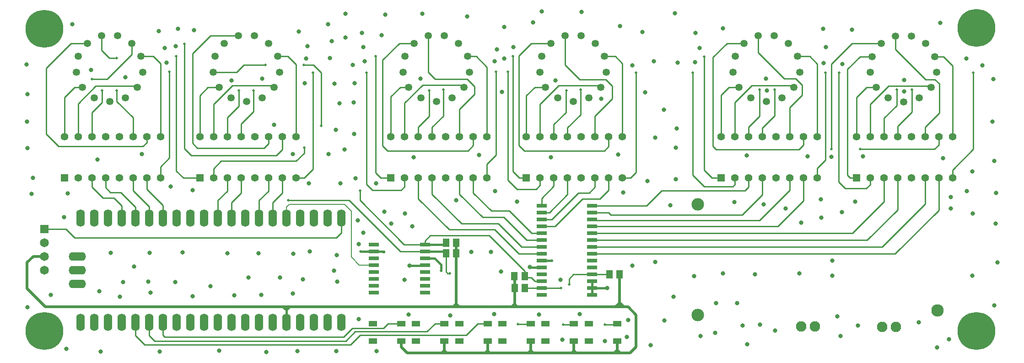
<source format=gbr>
%TF.GenerationSoftware,KiCad,Pcbnew,7.0.5-0*%
%TF.CreationDate,2023-07-08T10:36:07-04:00*%
%TF.ProjectId,nixie,6e697869-652e-46b6-9963-61645f706362,rev?*%
%TF.SameCoordinates,Original*%
%TF.FileFunction,Copper,L1,Top*%
%TF.FilePolarity,Positive*%
%FSLAX46Y46*%
G04 Gerber Fmt 4.6, Leading zero omitted, Abs format (unit mm)*
G04 Created by KiCad (PCBNEW 7.0.5-0) date 2023-07-08 10:36:07*
%MOMM*%
%LPD*%
G01*
G04 APERTURE LIST*
%TA.AperFunction,SMDPad,CuDef*%
%ADD10R,1.550000X1.000000*%
%TD*%
%TA.AperFunction,ComponentPad*%
%ADD11C,1.950000*%
%TD*%
%TA.AperFunction,ComponentPad*%
%ADD12R,1.650000X1.650000*%
%TD*%
%TA.AperFunction,ComponentPad*%
%ADD13C,1.650000*%
%TD*%
%TA.AperFunction,ComponentPad*%
%ADD14C,0.800000*%
%TD*%
%TA.AperFunction,ComponentPad*%
%ADD15C,7.000000*%
%TD*%
%TA.AperFunction,SMDPad,CuDef*%
%ADD16R,1.925000X0.650000*%
%TD*%
%TA.AperFunction,SMDPad,CuDef*%
%ADD17R,1.300000X1.500000*%
%TD*%
%TA.AperFunction,ComponentPad*%
%ADD18R,1.400000X1.400000*%
%TD*%
%TA.AperFunction,ComponentPad*%
%ADD19C,1.400000*%
%TD*%
%TA.AperFunction,ComponentPad*%
%ADD20O,1.600000X3.200000*%
%TD*%
%TA.AperFunction,ComponentPad*%
%ADD21O,3.200000X1.600000*%
%TD*%
%TA.AperFunction,ComponentPad*%
%ADD22O,2.316000X2.316000*%
%TD*%
%TA.AperFunction,ComponentPad*%
%ADD23C,2.316000*%
%TD*%
%TA.AperFunction,SMDPad,CuDef*%
%ADD24R,1.850000X0.650000*%
%TD*%
%TA.AperFunction,ComponentPad*%
%ADD25C,1.348000*%
%TD*%
%TA.AperFunction,ViaPad*%
%ADD26C,0.800000*%
%TD*%
%TA.AperFunction,ViaPad*%
%ADD27C,2.300000*%
%TD*%
%TA.AperFunction,ViaPad*%
%ADD28C,0.500000*%
%TD*%
%TA.AperFunction,ViaPad*%
%ADD29C,0.600000*%
%TD*%
%TA.AperFunction,Conductor*%
%ADD30C,0.200000*%
%TD*%
%TA.AperFunction,Conductor*%
%ADD31C,0.254000*%
%TD*%
%TA.AperFunction,Conductor*%
%ADD32C,0.381000*%
%TD*%
%TA.AperFunction,Conductor*%
%ADD33C,0.508000*%
%TD*%
G04 APERTURE END LIST*
D10*
%TO.P,S6,1,1*%
%TO.N,/S6*%
X176000000Y-137000000D03*
%TO.P,S6,2,2*%
%TO.N,unconnected-(S6-Pad2)*%
X170750000Y-137000000D03*
%TO.P,S6,3,3*%
%TO.N,unconnected-(S6-Pad3)*%
X170750000Y-140200000D03*
%TO.P,S6,4,4*%
%TO.N,+3V3*%
X176000000Y-140200000D03*
%TD*%
%TO.P,S5,1,1*%
%TO.N,/S5*%
X168000000Y-137000000D03*
%TO.P,S5,2,2*%
%TO.N,unconnected-(S5-Pad2)*%
X162750000Y-137000000D03*
%TO.P,S5,3,3*%
%TO.N,unconnected-(S5-Pad3)*%
X162750000Y-140200000D03*
%TO.P,S5,4,4*%
%TO.N,+3V3*%
X168000000Y-140200000D03*
%TD*%
%TO.P,S4,1,1*%
%TO.N,/S4*%
X160000000Y-137000000D03*
%TO.P,S4,2,2*%
%TO.N,unconnected-(S4-Pad2)*%
X154750000Y-137000000D03*
%TO.P,S4,3,3*%
%TO.N,unconnected-(S4-Pad3)*%
X154750000Y-140200000D03*
%TO.P,S4,4,4*%
%TO.N,+3V3*%
X160000000Y-140200000D03*
%TD*%
%TO.P,S3,1,1*%
%TO.N,/S3*%
X152000000Y-137000000D03*
%TO.P,S3,2,2*%
%TO.N,unconnected-(S3-Pad2)*%
X146750000Y-137000000D03*
%TO.P,S3,3,3*%
%TO.N,unconnected-(S3-Pad3)*%
X146750000Y-140200000D03*
%TO.P,S3,4,4*%
%TO.N,+3V3*%
X152000000Y-140200000D03*
%TD*%
%TO.P,S1,1,1*%
%TO.N,/S1*%
X136000000Y-137000000D03*
%TO.P,S1,2,2*%
%TO.N,unconnected-(S1-Pad2)*%
X130750000Y-137000000D03*
%TO.P,S1,3,3*%
%TO.N,unconnected-(S1-Pad3)*%
X130750000Y-140200000D03*
%TO.P,S1,4,4*%
%TO.N,+3V3*%
X136000000Y-140200000D03*
%TD*%
D11*
%TO.P,J4,1,1*%
%TO.N,+12V*%
X225000000Y-137600000D03*
%TO.P,J4,2,2*%
%TO.N,GND*%
X227540000Y-137600000D03*
%TD*%
%TO.P,J3,1,1*%
%TO.N,VCC*%
X210000000Y-137500000D03*
%TO.P,J3,2,2*%
%TO.N,GND*%
X212540000Y-137500000D03*
%TD*%
D12*
%TO.P,J1,1,1*%
%TO.N,/RX*%
X70000000Y-119460000D03*
D13*
%TO.P,J1,2,2*%
%TO.N,/TX*%
X70000000Y-122000000D03*
%TO.P,J1,3,3*%
%TO.N,+3V3*%
X70000000Y-124540000D03*
%TO.P,J1,4,4*%
%TO.N,GND*%
X70000000Y-127080000D03*
%TD*%
D14*
%TO.P,H2,1*%
%TO.N,N/C*%
X67375000Y-138400000D03*
X68143845Y-136543845D03*
X68143845Y-140256155D03*
X70000000Y-135775000D03*
D15*
X70000000Y-138400000D03*
D14*
X70000000Y-141025000D03*
X71856155Y-136543845D03*
X71856155Y-140256155D03*
X72625000Y-138400000D03*
%TD*%
D16*
%TO.P,IC6,1,32KHZ*%
%TO.N,unconnected-(IC6-32KHZ-Pad1)*%
X131000000Y-122380000D03*
%TO.P,IC6,2,VCC*%
%TO.N,+5V*%
X131000000Y-123650000D03*
%TO.P,IC6,3,~{INT}/SQW*%
%TO.N,unconnected-(IC6-~{INT}{slash}SQW-Pad3)*%
X131000000Y-124920000D03*
%TO.P,IC6,4,~{RST}*%
%TO.N,/RSTC*%
X131000000Y-126190000D03*
%TO.P,IC6,5,N.C._1*%
%TO.N,unconnected-(IC6-N.C._1-Pad5)*%
X131000000Y-127460000D03*
%TO.P,IC6,6,N.C._2*%
%TO.N,unconnected-(IC6-N.C._2-Pad6)*%
X131000000Y-128730000D03*
%TO.P,IC6,7,N.C._3*%
%TO.N,unconnected-(IC6-N.C._3-Pad7)*%
X131000000Y-130000000D03*
%TO.P,IC6,8,N.C._4*%
%TO.N,unconnected-(IC6-N.C._4-Pad8)*%
X131000000Y-131270000D03*
%TO.P,IC6,9,N.C._5*%
%TO.N,unconnected-(IC6-N.C._5-Pad9)*%
X140424000Y-131270000D03*
%TO.P,IC6,10,N.C._6*%
%TO.N,unconnected-(IC6-N.C._6-Pad10)*%
X140424000Y-130000000D03*
%TO.P,IC6,11,N.C._7*%
%TO.N,unconnected-(IC6-N.C._7-Pad11)*%
X140424000Y-128730000D03*
%TO.P,IC6,12,N.C._8*%
%TO.N,unconnected-(IC6-N.C._8-Pad12)*%
X140424000Y-127460000D03*
%TO.P,IC6,13,GND*%
%TO.N,GND*%
X140424000Y-126190000D03*
%TO.P,IC6,14,VBAT*%
%TO.N,Net-(IC6-VBAT)*%
X140424000Y-124920000D03*
%TO.P,IC6,15,SDA*%
%TO.N,/SDA1*%
X140424000Y-123650000D03*
%TO.P,IC6,16,SCL*%
%TO.N,/SCL1*%
X140424000Y-122380000D03*
%TD*%
D17*
%TO.P,R9,1,1*%
%TO.N,/SDA1*%
X158900000Y-130445000D03*
%TO.P,R9,2,2*%
%TO.N,+3V3*%
X157000000Y-130445000D03*
%TD*%
D14*
%TO.P,H3,1*%
%TO.N,N/C*%
X239875000Y-82200000D03*
X240643845Y-80343845D03*
X240643845Y-84056155D03*
X242500000Y-79575000D03*
D15*
X242500000Y-82200000D03*
D14*
X242500000Y-84825000D03*
X244356155Y-80343845D03*
X244356155Y-84056155D03*
X245125000Y-82200000D03*
%TD*%
D17*
%TO.P,R5,1,1*%
%TO.N,/SCL1*%
X144298000Y-122000000D03*
%TO.P,R5,2,2*%
%TO.N,+3V3*%
X146198000Y-122000000D03*
%TD*%
D18*
%TO.P,IC3,1,8*%
%TO.N,/N38*%
X134126600Y-110037000D03*
D19*
%TO.P,IC3,2,9*%
%TO.N,/N39*%
X136666600Y-110037000D03*
%TO.P,IC3,3,A*%
%TO.N,/A3*%
X139206600Y-110037000D03*
%TO.P,IC3,4,D*%
%TO.N,/D3*%
X141746600Y-110037000D03*
%TO.P,IC3,5,VCC*%
%TO.N,+5V*%
X144286600Y-110037000D03*
%TO.P,IC3,6,B*%
%TO.N,/B3*%
X146826600Y-110037000D03*
%TO.P,IC3,7,C*%
%TO.N,/C3*%
X149366600Y-110037000D03*
%TO.P,IC3,8,2*%
%TO.N,/N32*%
X151906600Y-110037000D03*
%TO.P,IC3,9,3*%
%TO.N,/N33*%
X151906600Y-102417000D03*
%TO.P,IC3,10,7*%
%TO.N,/N37*%
X149366600Y-102417000D03*
%TO.P,IC3,11,6*%
%TO.N,/N36*%
X146826600Y-102417000D03*
%TO.P,IC3,12,GND*%
%TO.N,GND*%
X144286600Y-102417000D03*
%TO.P,IC3,13,4*%
%TO.N,/N34*%
X141746600Y-102417000D03*
%TO.P,IC3,14,5*%
%TO.N,/N35*%
X139206600Y-102417000D03*
%TO.P,IC3,15,1*%
%TO.N,/N31*%
X136666600Y-102417000D03*
%TO.P,IC3,16,0*%
%TO.N,/N30*%
X134126600Y-102417000D03*
%TD*%
D14*
%TO.P,H1,1*%
%TO.N,N/C*%
X67375000Y-82375000D03*
X68143845Y-80518845D03*
X68143845Y-84231155D03*
X70000000Y-79750000D03*
D15*
X70000000Y-82375000D03*
D14*
X70000000Y-85000000D03*
X71856155Y-80518845D03*
X71856155Y-84231155D03*
X72625000Y-82375000D03*
%TD*%
%TO.P,H4,1*%
%TO.N,N/C*%
X239875000Y-138400000D03*
X240643845Y-136543845D03*
X240643845Y-140256155D03*
X242500000Y-135775000D03*
D15*
X242500000Y-138400000D03*
D14*
X242500000Y-141025000D03*
X244356155Y-136543845D03*
X244356155Y-140256155D03*
X245125000Y-138400000D03*
%TD*%
D20*
%TO.P,P1,3V3,3V3*%
%TO.N,+3V3*%
X114780000Y-136800000D03*
%TO.P,P1,3V3_EN,3V3_EN*%
%TO.N,unconnected-(P1-Pad3V3_EN)*%
X117320000Y-136800000D03*
%TO.P,P1,ADC_VREF,ADC_VREF*%
%TO.N,unconnected-(P1-PadADC_VREF)*%
X112240000Y-136800000D03*
%TO.P,P1,AGND,AGND*%
%TO.N,GND*%
X107160000Y-136800000D03*
%TO.P,P1,GND@1,GND*%
X119860000Y-117420000D03*
%TO.P,P1,GND@2,GND*%
X107160000Y-117420000D03*
%TO.P,P1,GND@3,GND*%
X94460000Y-117420000D03*
%TO.P,P1,GND@4,GND*%
X81760000Y-117420000D03*
D21*
%TO.P,P1,GND@5,GND*%
X76110000Y-127110000D03*
D20*
%TO.P,P1,GND@6,GND*%
X81760000Y-136800000D03*
%TO.P,P1,GND@7,GND*%
X94460000Y-136800000D03*
%TO.P,P1,GND@8,GND*%
X119860000Y-136800000D03*
%TO.P,P1,GP0,GP0*%
%TO.N,/RX*%
X124940000Y-117420000D03*
%TO.P,P1,GP1,GP1*%
%TO.N,/TX*%
X122400000Y-117420000D03*
%TO.P,P1,GP2,GP2*%
%TO.N,/RSTIO*%
X117320000Y-117420000D03*
%TO.P,P1,GP3,GP3*%
%TO.N,/RSTC*%
X114780000Y-117420000D03*
%TO.P,P1,GP4,GP4*%
%TO.N,/C2*%
X112240000Y-117420000D03*
%TO.P,P1,GP5,GP5*%
%TO.N,/B2*%
X109700000Y-117420000D03*
%TO.P,P1,GP6,GP6*%
%TO.N,/D2*%
X104620000Y-117420000D03*
%TO.P,P1,GP7,GP7*%
%TO.N,/A2*%
X102080000Y-117420000D03*
%TO.P,P1,GP8,GP8*%
%TO.N,unconnected-(P1-PadGP8)*%
X99540000Y-117420000D03*
%TO.P,P1,GP9,GP9*%
%TO.N,unconnected-(P1-PadGP9)*%
X97000000Y-117420000D03*
%TO.P,P1,GP10,GP10*%
%TO.N,/C1*%
X91920000Y-117420000D03*
%TO.P,P1,GP11,GP11*%
%TO.N,/B1*%
X89380000Y-117420000D03*
%TO.P,P1,GP12,GP12*%
%TO.N,/D1*%
X86840000Y-117420000D03*
%TO.P,P1,GP13,GP13*%
%TO.N,/A1*%
X84300000Y-117420000D03*
%TO.P,P1,GP14,GP14*%
%TO.N,/SDA1*%
X79220000Y-117420000D03*
%TO.P,P1,GP15,GP15*%
%TO.N,/SCL1*%
X76680000Y-117420000D03*
%TO.P,P1,GP16,GP16*%
%TO.N,/S6*%
X76680000Y-136800000D03*
%TO.P,P1,GP17,GP17*%
%TO.N,/S5*%
X79220000Y-136800000D03*
%TO.P,P1,GP18,GP18*%
%TO.N,/S4*%
X84300000Y-136800000D03*
%TO.P,P1,GP19,GP19*%
%TO.N,/S3*%
X86840000Y-136800000D03*
%TO.P,P1,GP20,GP20*%
%TO.N,/S2*%
X89380000Y-136800000D03*
%TO.P,P1,GP21,GP21*%
%TO.N,/S1*%
X91920000Y-136800000D03*
%TO.P,P1,GP22,GP22*%
%TO.N,unconnected-(P1-PadGP22)*%
X97000000Y-136800000D03*
%TO.P,P1,GP26_A0,GP26_A0*%
%TO.N,unconnected-(P1-PadGP26_A0)*%
X102080000Y-136800000D03*
%TO.P,P1,GP27_A1,GP27_A1*%
%TO.N,unconnected-(P1-PadGP27_A1)*%
X104620000Y-136800000D03*
%TO.P,P1,GP28_A2,GP28_A2*%
%TO.N,unconnected-(P1-PadGP28_A2)*%
X109700000Y-136800000D03*
%TO.P,P1,RUN,RUN*%
%TO.N,unconnected-(P1-PadRUN)*%
X99540000Y-136800000D03*
D21*
%TO.P,P1,SWCLK,SWCLK*%
%TO.N,unconnected-(P1-PadSWCLK)*%
X76110000Y-124570000D03*
%TO.P,P1,SWDIO,SWDIO*%
%TO.N,unconnected-(P1-PadSWDIO)*%
X76110000Y-129650000D03*
D20*
%TO.P,P1,VBUS,VBUS*%
%TO.N,unconnected-(P1-PadVBUS)*%
X124940000Y-136800000D03*
%TO.P,P1,VSYS,VSYS*%
%TO.N,+5V*%
X122400000Y-136800000D03*
%TD*%
D22*
%TO.P,BAT1,+,+*%
%TO.N,Net-(IC6-VBAT)*%
X190900000Y-114930000D03*
D23*
%TO.P,BAT1,-,-*%
%TO.N,GND*%
X190900000Y-135430000D03*
%TD*%
D17*
%TO.P,R10,1,1*%
%TO.N,/SCL1*%
X158866000Y-128245000D03*
%TO.P,R10,2,2*%
%TO.N,+3V3*%
X156966000Y-128245000D03*
%TD*%
D18*
%TO.P,IC8,1,8*%
%TO.N,/N68*%
X220266000Y-110037000D03*
D19*
%TO.P,IC8,2,9*%
%TO.N,/N69*%
X222806000Y-110037000D03*
%TO.P,IC8,3,A*%
%TO.N,/A6*%
X225346000Y-110037000D03*
%TO.P,IC8,4,D*%
%TO.N,/D6*%
X227886000Y-110037000D03*
%TO.P,IC8,5,VCC*%
%TO.N,+5V*%
X230426000Y-110037000D03*
%TO.P,IC8,6,B*%
%TO.N,/B6*%
X232966000Y-110037000D03*
%TO.P,IC8,7,C*%
%TO.N,/C6*%
X235506000Y-110037000D03*
%TO.P,IC8,8,2*%
%TO.N,/N62*%
X238046000Y-110037000D03*
%TO.P,IC8,9,3*%
%TO.N,/N63*%
X238046000Y-102417000D03*
%TO.P,IC8,10,7*%
%TO.N,/N67*%
X235506000Y-102417000D03*
%TO.P,IC8,11,6*%
%TO.N,/N66*%
X232966000Y-102417000D03*
%TO.P,IC8,12,GND*%
%TO.N,GND*%
X230426000Y-102417000D03*
%TO.P,IC8,13,4*%
%TO.N,/N64*%
X227886000Y-102417000D03*
%TO.P,IC8,14,5*%
%TO.N,/N65*%
X225346000Y-102417000D03*
%TO.P,IC8,15,1*%
%TO.N,/N61*%
X222806000Y-102417000D03*
%TO.P,IC8,16,0*%
%TO.N,/N60*%
X220266000Y-102417000D03*
%TD*%
D18*
%TO.P,IC7,1,8*%
%TO.N,/N58*%
X195226000Y-110037000D03*
D19*
%TO.P,IC7,2,9*%
%TO.N,/N59*%
X197766000Y-110037000D03*
%TO.P,IC7,3,A*%
%TO.N,/A5*%
X200306000Y-110037000D03*
%TO.P,IC7,4,D*%
%TO.N,/D5*%
X202846000Y-110037000D03*
%TO.P,IC7,5,VCC*%
%TO.N,+5V*%
X205386000Y-110037000D03*
%TO.P,IC7,6,B*%
%TO.N,/B5*%
X207926000Y-110037000D03*
%TO.P,IC7,7,C*%
%TO.N,/C5*%
X210466000Y-110037000D03*
%TO.P,IC7,8,2*%
%TO.N,/N52*%
X213006000Y-110037000D03*
%TO.P,IC7,9,3*%
%TO.N,/N53*%
X213006000Y-102417000D03*
%TO.P,IC7,10,7*%
%TO.N,/N57*%
X210466000Y-102417000D03*
%TO.P,IC7,11,6*%
%TO.N,/N56*%
X207926000Y-102417000D03*
%TO.P,IC7,12,GND*%
%TO.N,GND*%
X205386000Y-102417000D03*
%TO.P,IC7,13,4*%
%TO.N,/N54*%
X202846000Y-102417000D03*
%TO.P,IC7,14,5*%
%TO.N,/N55*%
X200306000Y-102417000D03*
%TO.P,IC7,15,1*%
%TO.N,/N51*%
X197766000Y-102417000D03*
%TO.P,IC7,16,0*%
%TO.N,/N50*%
X195226000Y-102417000D03*
%TD*%
D24*
%TO.P,IC5,1,GPB0*%
%TO.N,/A4*%
X162000000Y-115190000D03*
%TO.P,IC5,2,GPB1*%
%TO.N,/D4*%
X162000000Y-116460000D03*
%TO.P,IC5,3,GPB2*%
%TO.N,/B4*%
X162000000Y-117730000D03*
%TO.P,IC5,4,GPB3*%
%TO.N,/C4*%
X162000000Y-119000000D03*
%TO.P,IC5,5,GPB4*%
%TO.N,/C3*%
X162000000Y-120270000D03*
%TO.P,IC5,6,GPB5*%
%TO.N,/B3*%
X162000000Y-121540000D03*
%TO.P,IC5,7,GPB6*%
%TO.N,/D3*%
X162000000Y-122810000D03*
%TO.P,IC5,8,GPB7*%
%TO.N,/A3*%
X162000000Y-124080000D03*
%TO.P,IC5,9,VDD*%
%TO.N,+5V*%
X162000000Y-125350000D03*
%TO.P,IC5,10,VSS*%
%TO.N,GND*%
X162000000Y-126620000D03*
%TO.P,IC5,11,NC_1*%
%TO.N,unconnected-(IC5-NC_1-Pad11)*%
X162000000Y-127890000D03*
%TO.P,IC5,12,SCL*%
%TO.N,/SCL1*%
X162000000Y-129160000D03*
%TO.P,IC5,13,SDA*%
%TO.N,/SDA1*%
X162000000Y-130430000D03*
%TO.P,IC5,14,NC_2*%
%TO.N,unconnected-(IC5-NC_2-Pad14)*%
X162000000Y-131700000D03*
%TO.P,IC5,15,A0*%
%TO.N,GND*%
X171350000Y-131700000D03*
%TO.P,IC5,16,A1*%
X171350000Y-130430000D03*
%TO.P,IC5,17,A2*%
X171350000Y-129160000D03*
%TO.P,IC5,18,~{RESET}*%
%TO.N,/RSTIO*%
X171350000Y-127890000D03*
%TO.P,IC5,19,INTB*%
%TO.N,unconnected-(IC5-INTB-Pad19)*%
X171350000Y-126620000D03*
%TO.P,IC5,20,INTA*%
%TO.N,unconnected-(IC5-INTA-Pad20)*%
X171350000Y-125350000D03*
%TO.P,IC5,21,GPA0*%
%TO.N,/C6*%
X171350000Y-124080000D03*
%TO.P,IC5,22,GPA1*%
%TO.N,/B6*%
X171350000Y-122810000D03*
%TO.P,IC5,23,GPA2*%
%TO.N,/D6*%
X171350000Y-121540000D03*
%TO.P,IC5,24,GPA3*%
%TO.N,/A6*%
X171350000Y-120270000D03*
%TO.P,IC5,25,GPA4*%
%TO.N,/C5*%
X171350000Y-119000000D03*
%TO.P,IC5,26,GPA5*%
%TO.N,/B5*%
X171350000Y-117730000D03*
%TO.P,IC5,27,GPA6*%
%TO.N,/D5*%
X171350000Y-116460000D03*
%TO.P,IC5,28,GPA7*%
%TO.N,/A5*%
X171350000Y-115190000D03*
%TD*%
D17*
%TO.P,R11,1,1*%
%TO.N,/RSTIO*%
X174550000Y-127900000D03*
%TO.P,R11,2,2*%
%TO.N,+3V3*%
X176450000Y-127900000D03*
%TD*%
D10*
%TO.P,S2,1,1*%
%TO.N,/S2*%
X144000000Y-137000000D03*
%TO.P,S2,2,2*%
%TO.N,unconnected-(S2-Pad2)*%
X138750000Y-137000000D03*
%TO.P,S2,3,3*%
%TO.N,unconnected-(S2-Pad3)*%
X138750000Y-140200000D03*
%TO.P,S2,4,4*%
%TO.N,+3V3*%
X144000000Y-140200000D03*
%TD*%
D18*
%TO.P,IC4,1,8*%
%TO.N,/N48*%
X159188600Y-110017000D03*
D19*
%TO.P,IC4,2,9*%
%TO.N,/N49*%
X161728600Y-110017000D03*
%TO.P,IC4,3,A*%
%TO.N,/A4*%
X164268600Y-110017000D03*
%TO.P,IC4,4,D*%
%TO.N,/D4*%
X166808600Y-110017000D03*
%TO.P,IC4,5,VCC*%
%TO.N,+5V*%
X169348600Y-110017000D03*
%TO.P,IC4,6,B*%
%TO.N,/B4*%
X171888600Y-110017000D03*
%TO.P,IC4,7,C*%
%TO.N,/C4*%
X174428600Y-110017000D03*
%TO.P,IC4,8,2*%
%TO.N,/N42*%
X176968600Y-110017000D03*
%TO.P,IC4,9,3*%
%TO.N,/N43*%
X176968600Y-102397000D03*
%TO.P,IC4,10,7*%
%TO.N,/N47*%
X174428600Y-102397000D03*
%TO.P,IC4,11,6*%
%TO.N,/N46*%
X171888600Y-102397000D03*
%TO.P,IC4,12,GND*%
%TO.N,GND*%
X169348600Y-102397000D03*
%TO.P,IC4,13,4*%
%TO.N,/N44*%
X166808600Y-102397000D03*
%TO.P,IC4,14,5*%
%TO.N,/N45*%
X164268600Y-102397000D03*
%TO.P,IC4,15,1*%
%TO.N,/N41*%
X161728600Y-102397000D03*
%TO.P,IC4,16,0*%
%TO.N,/N40*%
X159188600Y-102397000D03*
%TD*%
D18*
%TO.P,IC2,1,8*%
%TO.N,/N28*%
X98764600Y-110037000D03*
D19*
%TO.P,IC2,2,9*%
%TO.N,/N29*%
X101304600Y-110037000D03*
%TO.P,IC2,3,A*%
%TO.N,/A2*%
X103844600Y-110037000D03*
%TO.P,IC2,4,D*%
%TO.N,/D2*%
X106384600Y-110037000D03*
%TO.P,IC2,5,VCC*%
%TO.N,+5V*%
X108924600Y-110037000D03*
%TO.P,IC2,6,B*%
%TO.N,/B2*%
X111464600Y-110037000D03*
%TO.P,IC2,7,C*%
%TO.N,/C2*%
X114004600Y-110037000D03*
%TO.P,IC2,8,2*%
%TO.N,/N22*%
X116544600Y-110037000D03*
%TO.P,IC2,9,3*%
%TO.N,/N23*%
X116544600Y-102417000D03*
%TO.P,IC2,10,7*%
%TO.N,/N27*%
X114004600Y-102417000D03*
%TO.P,IC2,11,6*%
%TO.N,/N26*%
X111464600Y-102417000D03*
%TO.P,IC2,12,GND*%
%TO.N,GND*%
X108924600Y-102417000D03*
%TO.P,IC2,13,4*%
%TO.N,/N24*%
X106384600Y-102417000D03*
%TO.P,IC2,14,5*%
%TO.N,/N25*%
X103844600Y-102417000D03*
%TO.P,IC2,15,1*%
%TO.N,/N21*%
X101304600Y-102417000D03*
%TO.P,IC2,16,0*%
%TO.N,/N20*%
X98764600Y-102417000D03*
%TD*%
D17*
%TO.P,R6,1,1*%
%TO.N,/SDA1*%
X144298000Y-124000000D03*
%TO.P,R6,2,2*%
%TO.N,+3V3*%
X146198000Y-124000000D03*
%TD*%
D18*
%TO.P,IC1,1,8*%
%TO.N,/N18*%
X73682600Y-110037000D03*
D19*
%TO.P,IC1,2,9*%
%TO.N,/N19*%
X76222600Y-110037000D03*
%TO.P,IC1,3,A*%
%TO.N,/A1*%
X78762600Y-110037000D03*
%TO.P,IC1,4,D*%
%TO.N,/D1*%
X81302600Y-110037000D03*
%TO.P,IC1,5,VCC*%
%TO.N,+5V*%
X83842600Y-110037000D03*
%TO.P,IC1,6,B*%
%TO.N,/B1*%
X86382600Y-110037000D03*
%TO.P,IC1,7,C*%
%TO.N,/C1*%
X88922600Y-110037000D03*
%TO.P,IC1,8,2*%
%TO.N,/N12*%
X91462600Y-110037000D03*
%TO.P,IC1,9,3*%
%TO.N,/N13*%
X91462600Y-102417000D03*
%TO.P,IC1,10,7*%
%TO.N,/N17*%
X88922600Y-102417000D03*
%TO.P,IC1,11,6*%
%TO.N,/N16*%
X86382600Y-102417000D03*
%TO.P,IC1,12,GND*%
%TO.N,GND*%
X83842600Y-102417000D03*
%TO.P,IC1,13,4*%
%TO.N,/N14*%
X81302600Y-102417000D03*
%TO.P,IC1,14,5*%
%TO.N,/N15*%
X78762600Y-102417000D03*
%TO.P,IC1,15,1*%
%TO.N,/N11*%
X76222600Y-102417000D03*
%TO.P,IC1,16,0*%
%TO.N,/N10*%
X73682600Y-102417000D03*
%TD*%
D25*
%TO.P,N6,0,0*%
%TO.N,/N60*%
X223895200Y-93252400D03*
%TO.P,N6,1,1*%
%TO.N,/N61*%
X234083600Y-93252400D03*
%TO.P,N6,2,2*%
%TO.N,/N62*%
X235134200Y-90482200D03*
%TO.P,N6,3,3*%
%TO.N,/N63*%
X234777100Y-87541100D03*
%TO.P,N6,4,4*%
%TO.N,/N64*%
X233094100Y-85102900D03*
%TO.P,N6,5,5*%
%TO.N,/N65*%
X230470700Y-83726000D03*
%TO.P,N6,6,6*%
%TO.N,/N66*%
X227508100Y-83726000D03*
%TO.P,N6,7,7*%
%TO.N,/N67*%
X224884700Y-85102900D03*
%TO.P,N6,8,8*%
%TO.N,/N68*%
X223201700Y-87541100D03*
%TO.P,N6,9,9*%
%TO.N,/N69*%
X222844600Y-90482200D03*
%TO.P,N6,A,A*%
%TO.N,/170V6*%
X228989400Y-95926000D03*
%TO.P,N6,LHDP,LHDP*%
%TO.N,unconnected-(N6-PadLHDP)*%
X226112800Y-95217000D03*
%TO.P,N6,RHDP,RHDP*%
%TO.N,unconnected-(N6-PadRHDP)*%
X231866000Y-95217000D03*
%TD*%
%TO.P,N4,0,0*%
%TO.N,/N40*%
X162750400Y-93233300D03*
%TO.P,N4,1,1*%
%TO.N,/N41*%
X172938800Y-93233300D03*
%TO.P,N4,2,2*%
%TO.N,/N42*%
X173989400Y-90463100D03*
%TO.P,N4,3,3*%
%TO.N,/N43*%
X173632300Y-87522000D03*
%TO.P,N4,4,4*%
%TO.N,/N44*%
X171949300Y-85083800D03*
%TO.P,N4,5,5*%
%TO.N,/N45*%
X169325900Y-83706900D03*
%TO.P,N4,6,6*%
%TO.N,/N46*%
X166363300Y-83706900D03*
%TO.P,N4,7,7*%
%TO.N,/N47*%
X163739900Y-85083800D03*
%TO.P,N4,8,8*%
%TO.N,/N48*%
X162056900Y-87522000D03*
%TO.P,N4,9,9*%
%TO.N,/N49*%
X161699800Y-90463100D03*
%TO.P,N4,A,A*%
%TO.N,/170V4*%
X167844600Y-95906900D03*
%TO.P,N4,LHDP,LHDP*%
%TO.N,unconnected-(N4-PadLHDP)*%
X164968000Y-95197900D03*
%TO.P,N4,RHDP,RHDP*%
%TO.N,unconnected-(N4-PadRHDP)*%
X170721200Y-95197900D03*
%TD*%
%TO.P,N5,0,0*%
%TO.N,/N50*%
X198506000Y-93233300D03*
%TO.P,N5,1,1*%
%TO.N,/N51*%
X208694400Y-93233300D03*
%TO.P,N5,2,2*%
%TO.N,/N52*%
X209745000Y-90463100D03*
%TO.P,N5,3,3*%
%TO.N,/N53*%
X209387900Y-87522000D03*
%TO.P,N5,4,4*%
%TO.N,/N54*%
X207704900Y-85083800D03*
%TO.P,N5,5,5*%
%TO.N,/N55*%
X205081500Y-83706900D03*
%TO.P,N5,6,6*%
%TO.N,/N56*%
X202118900Y-83706900D03*
%TO.P,N5,7,7*%
%TO.N,/N57*%
X199495500Y-85083800D03*
%TO.P,N5,8,8*%
%TO.N,/N58*%
X197812500Y-87522000D03*
%TO.P,N5,9,9*%
%TO.N,/N59*%
X197455400Y-90463100D03*
%TO.P,N5,A,A*%
%TO.N,/170V5*%
X203600200Y-95906900D03*
%TO.P,N5,LHDP,LHDP*%
%TO.N,unconnected-(N5-PadLHDP)*%
X200723600Y-95197900D03*
%TO.P,N5,RHDP,RHDP*%
%TO.N,unconnected-(N5-PadRHDP)*%
X206476800Y-95197900D03*
%TD*%
%TO.P,N3,0,0*%
%TO.N,/N30*%
X137428600Y-93233300D03*
%TO.P,N3,1,1*%
%TO.N,/N31*%
X147617000Y-93233300D03*
%TO.P,N3,2,2*%
%TO.N,/N32*%
X148667600Y-90463100D03*
%TO.P,N3,3,3*%
%TO.N,/N33*%
X148310500Y-87522000D03*
%TO.P,N3,4,4*%
%TO.N,/N34*%
X146627500Y-85083800D03*
%TO.P,N3,5,5*%
%TO.N,/N35*%
X144004100Y-83706900D03*
%TO.P,N3,6,6*%
%TO.N,/N36*%
X141041500Y-83706900D03*
%TO.P,N3,7,7*%
%TO.N,/N37*%
X138418100Y-85083800D03*
%TO.P,N3,8,8*%
%TO.N,/N38*%
X136735100Y-87522000D03*
%TO.P,N3,9,9*%
%TO.N,/N39*%
X136378000Y-90463100D03*
%TO.P,N3,A,A*%
%TO.N,/170V3*%
X142522800Y-95906900D03*
%TO.P,N3,LHDP,LHDP*%
%TO.N,unconnected-(N3-PadLHDP)*%
X139646200Y-95197900D03*
%TO.P,N3,RHDP,RHDP*%
%TO.N,unconnected-(N3-PadRHDP)*%
X145399400Y-95197900D03*
%TD*%
%TO.P,N1,0,0*%
%TO.N,/N10*%
X76984600Y-93233300D03*
%TO.P,N1,1,1*%
%TO.N,/N11*%
X87173000Y-93233300D03*
%TO.P,N1,2,2*%
%TO.N,/N12*%
X88223600Y-90463100D03*
%TO.P,N1,3,3*%
%TO.N,/N13*%
X87866500Y-87522000D03*
%TO.P,N1,4,4*%
%TO.N,/N14*%
X86183500Y-85083800D03*
%TO.P,N1,5,5*%
%TO.N,/N15*%
X83560100Y-83706900D03*
%TO.P,N1,6,6*%
%TO.N,/N16*%
X80597500Y-83706900D03*
%TO.P,N1,7,7*%
%TO.N,/N17*%
X77974100Y-85083800D03*
%TO.P,N1,8,8*%
%TO.N,/N18*%
X76291100Y-87522000D03*
%TO.P,N1,9,9*%
%TO.N,/N19*%
X75934000Y-90463100D03*
%TO.P,N1,A,A*%
%TO.N,/170V1*%
X82078800Y-95906900D03*
%TO.P,N1,LHDP,LHDP*%
%TO.N,unconnected-(N1-PadLHDP)*%
X79202200Y-95197900D03*
%TO.P,N1,RHDP,RHDP*%
%TO.N,unconnected-(N1-PadRHDP)*%
X84955400Y-95197900D03*
%TD*%
%TO.P,N2,0,0*%
%TO.N,/N20*%
X102306400Y-93233300D03*
%TO.P,N2,1,1*%
%TO.N,/N21*%
X112494800Y-93233300D03*
%TO.P,N2,2,2*%
%TO.N,/N22*%
X113545400Y-90463100D03*
%TO.P,N2,3,3*%
%TO.N,/N23*%
X113188300Y-87522000D03*
%TO.P,N2,4,4*%
%TO.N,/N24*%
X111505300Y-85083800D03*
%TO.P,N2,5,5*%
%TO.N,/N25*%
X108881900Y-83706900D03*
%TO.P,N2,6,6*%
%TO.N,/N26*%
X105919300Y-83706900D03*
%TO.P,N2,7,7*%
%TO.N,/N27*%
X103295900Y-85083800D03*
%TO.P,N2,8,8*%
%TO.N,/N28*%
X101612900Y-87522000D03*
%TO.P,N2,9,9*%
%TO.N,/N29*%
X101255800Y-90463100D03*
%TO.P,N2,A,A*%
%TO.N,/170V2*%
X107400600Y-95906900D03*
%TO.P,N2,LHDP,LHDP*%
%TO.N,unconnected-(N2-PadLHDP)*%
X104524000Y-95197900D03*
%TO.P,N2,RHDP,RHDP*%
%TO.N,unconnected-(N2-PadRHDP)*%
X110277200Y-95197900D03*
%TD*%
D26*
%TO.N,GND*%
X155100000Y-87900000D03*
X190400000Y-88600000D03*
X191200000Y-86000000D03*
X178800000Y-89200000D03*
X181200000Y-94200000D03*
X122600000Y-105600000D03*
X210000000Y-118300000D03*
X131500000Y-142100000D03*
X75200000Y-81600000D03*
X235800000Y-81300000D03*
X237753550Y-113601939D03*
X231800000Y-136800000D03*
X202400000Y-137200000D03*
X84000000Y-132000000D03*
X86600000Y-126400000D03*
X116001574Y-131456674D03*
X124205003Y-129228638D03*
X124100000Y-124300000D03*
X128200000Y-122300000D03*
X105100000Y-131800000D03*
X165500000Y-128900000D03*
X229100000Y-94000000D03*
X94200000Y-129300000D03*
X80200000Y-131000000D03*
X217300000Y-139300000D03*
X118200000Y-92500000D03*
X216700000Y-135700000D03*
X67900000Y-110000000D03*
X183000000Y-102600000D03*
X145100000Y-135500000D03*
X154500000Y-127400000D03*
X138300000Y-106200000D03*
X190200000Y-128200000D03*
X163700000Y-106200000D03*
X185800000Y-115100000D03*
X214600000Y-85800000D03*
X190500000Y-83200000D03*
X109600000Y-124000000D03*
X71198870Y-131671092D03*
X180700000Y-83000000D03*
X178800000Y-126300000D03*
X199200000Y-137400000D03*
X186700000Y-79500000D03*
X122500000Y-81600000D03*
X104586407Y-91953744D03*
X245400000Y-99600000D03*
X209700000Y-127700000D03*
X173000000Y-95400000D03*
X118400000Y-87900000D03*
X243600000Y-89200000D03*
X123900000Y-101100000D03*
X200000000Y-105900000D03*
X89200000Y-129200000D03*
X137400000Y-135300000D03*
X67600000Y-113000000D03*
X245800000Y-133600000D03*
X119100000Y-123600000D03*
X220000000Y-114400000D03*
X237400000Y-139900000D03*
X215800000Y-128100000D03*
X127300000Y-101900000D03*
X195600000Y-127700000D03*
X213800000Y-117400000D03*
X214200000Y-88800000D03*
X91300000Y-142200000D03*
X123200000Y-84700000D03*
X241800000Y-116600000D03*
X93400000Y-111600000D03*
X127400000Y-92500000D03*
X129300000Y-88400000D03*
X97400000Y-131900000D03*
X97700000Y-82700000D03*
X195600000Y-82300000D03*
X177100000Y-112700000D03*
X201500000Y-127900000D03*
X169100000Y-135200000D03*
X89600000Y-131300000D03*
X194100000Y-138700000D03*
X110100000Y-131700000D03*
X236303099Y-106381234D03*
X133100000Y-79800000D03*
X184700000Y-136400000D03*
X183000000Y-125600000D03*
X246400000Y-125700000D03*
X176500000Y-81900000D03*
X186800000Y-104400000D03*
X245600000Y-91700000D03*
X160400000Y-81200000D03*
X177800000Y-139500000D03*
X159800000Y-126500000D03*
X174100000Y-130400000D03*
X129000000Y-85800000D03*
X124000000Y-142100000D03*
X89500000Y-123900000D03*
X134200000Y-118500000D03*
X203500000Y-91600000D03*
X124600000Y-96200000D03*
X229100000Y-91900000D03*
X211200000Y-106000000D03*
X92600000Y-88700000D03*
X91158587Y-82804469D03*
X220500000Y-137400000D03*
X117800000Y-128800000D03*
X235200000Y-141400000D03*
X213700000Y-114000000D03*
X187000000Y-100900000D03*
X118900000Y-111000000D03*
X207200000Y-115700000D03*
X125700000Y-79600000D03*
X154700000Y-94100000D03*
X103900000Y-124000000D03*
X149000000Y-123700000D03*
X127600000Y-110100000D03*
X137600000Y-126300000D03*
X100700000Y-130100000D03*
X117100000Y-82900000D03*
X66900000Y-134000000D03*
X148200000Y-80100000D03*
X123700000Y-92600000D03*
X79800000Y-106600000D03*
X132400000Y-83600000D03*
X116100000Y-124100000D03*
X139900000Y-79600000D03*
X214099539Y-82395528D03*
X123600000Y-127200000D03*
X156800000Y-85800000D03*
X132900000Y-116300000D03*
X84600000Y-129300000D03*
X240600000Y-87900000D03*
X111100000Y-142300000D03*
X92300000Y-86000000D03*
X173700000Y-140200000D03*
X161500000Y-135300000D03*
X74300000Y-112900000D03*
X217700000Y-88900000D03*
X246000000Y-118500000D03*
X240700000Y-112500000D03*
X95600000Y-123800000D03*
X88000000Y-105600000D03*
X205200000Y-138300000D03*
X194300000Y-133200000D03*
D27*
X235300000Y-134600000D03*
D26*
X129000000Y-120200000D03*
X73600000Y-117300000D03*
X94300000Y-85600000D03*
X203700000Y-93800000D03*
X184600000Y-97400000D03*
X169400000Y-79300000D03*
X66700000Y-89000000D03*
X94749079Y-82373610D03*
X136600000Y-128900000D03*
X110300000Y-91600000D03*
X153400000Y-112500000D03*
X116800000Y-142100000D03*
X97400000Y-112300000D03*
X162006631Y-79153211D03*
X203065248Y-114954434D03*
X241700000Y-128100000D03*
X165800000Y-140000000D03*
X246100000Y-112800000D03*
X182800000Y-88400000D03*
X182200000Y-141000000D03*
X66900000Y-104500000D03*
X127200000Y-96000000D03*
X146200000Y-114200000D03*
X80400000Y-142200000D03*
X139600000Y-91600000D03*
X107800000Y-128500000D03*
X116000000Y-105600000D03*
X187200000Y-88700000D03*
X112500000Y-100200000D03*
X153300000Y-88400000D03*
X186400000Y-132000000D03*
X219442935Y-82566062D03*
X176200000Y-105700000D03*
X153200000Y-135200000D03*
X197700000Y-114500000D03*
X128750866Y-83187721D03*
X217600000Y-116400000D03*
X215600000Y-106100000D03*
X113600000Y-128500000D03*
X128000000Y-117900000D03*
X131400000Y-111000000D03*
X237700000Y-115700000D03*
X221500000Y-106000000D03*
X102300000Y-142000000D03*
X125724732Y-83994689D03*
X164600000Y-92000000D03*
X153700000Y-86200000D03*
X241700000Y-108800000D03*
X157500000Y-114400000D03*
X82300000Y-123900000D03*
X66900000Y-94500000D03*
X155100000Y-82100000D03*
X127100000Y-89100000D03*
X181600000Y-110600000D03*
X138078439Y-118984504D03*
X136700000Y-116600000D03*
X152600000Y-123700000D03*
X124800000Y-111000000D03*
X191400000Y-139300000D03*
X186800000Y-110300000D03*
X245800000Y-106900000D03*
X198200000Y-133200000D03*
X178045903Y-136356483D03*
X200039688Y-140835748D03*
X74100000Y-141700000D03*
X125500000Y-104800000D03*
X66800000Y-99600000D03*
X118700000Y-85600000D03*
X215800000Y-125300000D03*
X84944654Y-91362073D03*
X150400000Y-105800000D03*
X122800000Y-87800000D03*
X78600000Y-90000000D03*
X128200000Y-136200000D03*
D28*
%TO.N,Net-(IC6-VBAT)*%
X143400000Y-127200000D03*
%TO.N,+5V*%
X163900000Y-125350000D03*
X128500000Y-123600000D03*
D29*
X132800000Y-123700000D03*
D28*
%TO.N,/N15*%
X80700000Y-93800000D03*
%TO.N,/N14*%
X78800000Y-91700000D03*
%TO.N,/N16*%
X83400000Y-87800000D03*
X83400000Y-93800000D03*
%TO.N,/N12*%
X93100000Y-90400000D03*
%TO.N,/N25*%
X106000000Y-93800000D03*
%TO.N,/N24*%
X108700000Y-93800000D03*
%TO.N,/N27*%
X95900000Y-85200000D03*
%TO.N,/N22*%
X119700000Y-90500000D03*
%TO.N,/N29*%
X118100000Y-104400000D03*
X118000000Y-89100000D03*
X121200000Y-100400000D03*
X110900000Y-89100000D03*
%TO.N,/N28*%
X94400000Y-87522000D03*
%TO.N,/N35*%
X141200000Y-93800000D03*
%TO.N,/N34*%
X143800000Y-93700000D03*
%TO.N,/N32*%
X153600000Y-90400000D03*
%TO.N,/N39*%
X129600000Y-90500000D03*
%TO.N,/N38*%
X131300000Y-87500000D03*
%TO.N,/N45*%
X166600000Y-93800000D03*
%TO.N,/N44*%
X169200000Y-93700000D03*
%TO.N,/N42*%
X179500000Y-90500000D03*
%TO.N,/N49*%
X155800000Y-90400000D03*
%TO.N,/N48*%
X156700000Y-87500000D03*
%TO.N,/RSTIO*%
X167100000Y-129700000D03*
%TO.N,/S4*%
X157600000Y-137100000D03*
%TO.N,/SCL1*%
X128400000Y-112400000D03*
%TO.N,/SDA1*%
X145000000Y-127700000D03*
X115100000Y-114200000D03*
X165600000Y-130400000D03*
%TO.N,/N52*%
X214500000Y-90500000D03*
%TO.N,/N54*%
X205100000Y-93700000D03*
%TO.N,/N55*%
X202300000Y-93700000D03*
%TO.N,/N58*%
X192100000Y-87600000D03*
%TO.N,/N59*%
X190000000Y-90500000D03*
%TO.N,/N62*%
X241900000Y-90500000D03*
%TO.N,/N64*%
X230500000Y-93700000D03*
%TO.N,/N65*%
X227700000Y-93700000D03*
%TO.N,/N67*%
X221000000Y-104700000D03*
X215600000Y-104700000D03*
%TO.N,/N69*%
X217100000Y-90500000D03*
%TO.N,/S5*%
X166000000Y-137200000D03*
%TO.N,/S6*%
X173700000Y-137200000D03*
%TD*%
D30*
%TO.N,/RSTC*%
X114780000Y-115420000D02*
X115300000Y-114900000D01*
X115300000Y-114900000D02*
X125500000Y-114900000D01*
X125500000Y-114900000D02*
X126800000Y-116200000D01*
X114780000Y-118220000D02*
X114780000Y-115420000D01*
X128290000Y-126190000D02*
X131000000Y-126190000D01*
X126800000Y-116200000D02*
X126800000Y-124700000D01*
X126800000Y-124700000D02*
X128290000Y-126190000D01*
D31*
%TO.N,/SDA1*%
X115100000Y-114200000D02*
X126400000Y-114200000D01*
X135850000Y-123650000D02*
X140424000Y-123650000D01*
X126400000Y-114200000D02*
X135850000Y-123650000D01*
D32*
%TO.N,GND*%
X171350000Y-129160000D02*
X171350000Y-130430000D01*
X171350000Y-130430000D02*
X171350000Y-131700000D01*
X171350000Y-130430000D02*
X174070000Y-130430000D01*
X137600000Y-126300000D02*
X140314000Y-126300000D01*
X162000000Y-126620000D02*
X159920000Y-126620000D01*
X140314000Y-126300000D02*
X140424000Y-126190000D01*
X159920000Y-126620000D02*
X159800000Y-126500000D01*
%TO.N,Net-(IC6-VBAT)*%
X143400000Y-127200000D02*
X143400000Y-126100000D01*
X142220000Y-124920000D02*
X140424000Y-124920000D01*
X143400000Y-126100000D02*
X142220000Y-124920000D01*
%TO.N,+5V*%
X131000000Y-123650000D02*
X132700000Y-123650000D01*
X132700000Y-123650000D02*
X132750000Y-123650000D01*
X128550000Y-123650000D02*
X128500000Y-123600000D01*
X132750000Y-123650000D02*
X132800000Y-123700000D01*
X131000000Y-123650000D02*
X128550000Y-123650000D01*
X163900000Y-125350000D02*
X162000000Y-125350000D01*
D31*
%TO.N,/N13*%
X90122000Y-87522000D02*
X87866500Y-87522000D01*
X91462600Y-102417000D02*
X91462600Y-88862600D01*
X91462600Y-88862600D02*
X90122000Y-87522000D01*
%TO.N,/N10*%
X73682600Y-95117400D02*
X75566700Y-93233300D01*
X73682600Y-102417000D02*
X73682600Y-95117400D01*
X75566700Y-93233300D02*
X76984600Y-93233300D01*
%TO.N,/N11*%
X79500000Y-93000000D02*
X86939700Y-93000000D01*
X76222600Y-102417000D02*
X76222600Y-96277400D01*
X76222600Y-96277400D02*
X79500000Y-93000000D01*
X86939700Y-93000000D02*
X87173000Y-93233300D01*
%TO.N,/N15*%
X78762600Y-97937400D02*
X78762600Y-102417000D01*
X80700000Y-93800000D02*
X80700000Y-96000000D01*
X80700000Y-96000000D02*
X78762600Y-97937400D01*
%TO.N,/N14*%
X81600000Y-91700000D02*
X86183500Y-87116500D01*
X86183500Y-87116500D02*
X86183500Y-85083800D01*
X78800000Y-91700000D02*
X81600000Y-91700000D01*
%TO.N,/N16*%
X83400000Y-93800000D02*
X83400000Y-95879788D01*
X82000000Y-87800000D02*
X80597500Y-86397500D01*
X86382600Y-98862388D02*
X86382600Y-102417000D01*
X80597500Y-86397500D02*
X80597500Y-83706900D01*
X83400000Y-87800000D02*
X82000000Y-87800000D01*
X83400000Y-95879788D02*
X86382600Y-98862388D01*
%TO.N,/N17*%
X74916200Y-85083800D02*
X77974100Y-85083800D01*
X88200000Y-104200000D02*
X72600000Y-104200000D01*
X70300000Y-89700000D02*
X74916200Y-85083800D01*
X72600000Y-104200000D02*
X70300000Y-101900000D01*
X88922600Y-102417000D02*
X88922600Y-103477400D01*
X70300000Y-101900000D02*
X70300000Y-89700000D01*
X88922600Y-103477400D02*
X88200000Y-104200000D01*
%TO.N,/N12*%
X93100000Y-106300000D02*
X91462600Y-107937400D01*
X91462600Y-107937400D02*
X91462600Y-110037000D01*
X93100000Y-90400000D02*
X93100000Y-106300000D01*
%TO.N,/C1*%
X88922600Y-110037000D02*
X88922600Y-112122600D01*
X91920000Y-115120000D02*
X91920000Y-118220000D01*
X88922600Y-112122600D02*
X91920000Y-115120000D01*
%TO.N,/B1*%
X86382600Y-110037000D02*
X86382600Y-112382600D01*
X89380000Y-115380000D02*
X89380000Y-118220000D01*
X86382600Y-112382600D02*
X89380000Y-115380000D01*
%TO.N,/D1*%
X82200000Y-112700000D02*
X84100000Y-112700000D01*
X81302600Y-111802600D02*
X82200000Y-112700000D01*
X86840000Y-115440000D02*
X86840000Y-118220000D01*
X81302600Y-110037000D02*
X81302600Y-111802600D01*
X84100000Y-112700000D02*
X86840000Y-115440000D01*
%TO.N,/A1*%
X78762600Y-111662600D02*
X80800000Y-113700000D01*
X84300000Y-115150000D02*
X84300000Y-118220000D01*
X82850000Y-113700000D02*
X84300000Y-115150000D01*
X78762600Y-110037000D02*
X78762600Y-111662600D01*
X80800000Y-113700000D02*
X82850000Y-113700000D01*
%TO.N,/N23*%
X115022000Y-87522000D02*
X113188300Y-87522000D01*
X116544600Y-89044600D02*
X115022000Y-87522000D01*
X116544600Y-102417000D02*
X116544600Y-89044600D01*
%TO.N,/N20*%
X100266700Y-93233300D02*
X102306400Y-93233300D01*
X98764600Y-102417000D02*
X98764600Y-94735400D01*
X98764600Y-94735400D02*
X100266700Y-93233300D01*
%TO.N,/N21*%
X112161500Y-92900000D02*
X112494800Y-93233300D01*
X101304600Y-96395400D02*
X104800000Y-92900000D01*
X101304600Y-102417000D02*
X101304600Y-96395400D01*
X104800000Y-92900000D02*
X112161500Y-92900000D01*
%TO.N,/N25*%
X106000000Y-93800000D02*
X106000000Y-96700000D01*
X106000000Y-96700000D02*
X103844600Y-98855400D01*
X103844600Y-98855400D02*
X103844600Y-102417000D01*
%TO.N,/N24*%
X108700000Y-97700000D02*
X106384600Y-100015400D01*
X106384600Y-100015400D02*
X106384600Y-102417000D01*
X108700000Y-93800000D02*
X108700000Y-97700000D01*
%TO.N,/N26*%
X110650000Y-104500000D02*
X98300000Y-104500000D01*
X100693100Y-83706900D02*
X105919300Y-83706900D01*
X97400000Y-103600000D02*
X97400000Y-87000000D01*
X111464600Y-102417000D02*
X111464600Y-103685400D01*
X98300000Y-104500000D02*
X97400000Y-103600000D01*
X111464600Y-103685400D02*
X110650000Y-104500000D01*
X97400000Y-87000000D02*
X100693100Y-83706900D01*
%TO.N,/N27*%
X95900000Y-104600000D02*
X95900000Y-85200000D01*
X112900000Y-105900000D02*
X97200000Y-105900000D01*
X97200000Y-105900000D02*
X95900000Y-104600000D01*
X114004600Y-102417000D02*
X114004600Y-104795400D01*
X114004600Y-104795400D02*
X112900000Y-105900000D01*
%TO.N,/N22*%
X118063000Y-110037000D02*
X119700000Y-108400000D01*
X119700000Y-108400000D02*
X119700000Y-90500000D01*
X116544600Y-110037000D02*
X118063000Y-110037000D01*
%TO.N,/C2*%
X112240000Y-114560000D02*
X112240000Y-118220000D01*
X114004600Y-112795400D02*
X112240000Y-114560000D01*
X114004600Y-110037000D02*
X114004600Y-112795400D01*
%TO.N,/B2*%
X111464600Y-110037000D02*
X111464600Y-112435400D01*
X111464600Y-112435400D02*
X109700000Y-114200000D01*
X109700000Y-114200000D02*
X109700000Y-118220000D01*
%TO.N,/D2*%
X106384600Y-112815400D02*
X104620000Y-114580000D01*
X104620000Y-114580000D02*
X104620000Y-118220000D01*
X106384600Y-110037000D02*
X106384600Y-112815400D01*
%TO.N,/A2*%
X103844600Y-110037000D02*
X103844600Y-112435400D01*
X102080000Y-114200000D02*
X102080000Y-118220000D01*
X103844600Y-112435400D02*
X102080000Y-114200000D01*
%TO.N,/N29*%
X101304600Y-110037000D02*
X101304600Y-108295400D01*
X110900000Y-89100000D02*
X106900000Y-89100000D01*
X101304600Y-108295400D02*
X102700000Y-106900000D01*
X105536900Y-90463100D02*
X101255800Y-90463100D01*
X116600000Y-106900000D02*
X118100000Y-105400000D01*
X102700000Y-106900000D02*
X116600000Y-106900000D01*
X106900000Y-89100000D02*
X105536900Y-90463100D01*
X119800000Y-89100000D02*
X118000000Y-89100000D01*
X121200000Y-100400000D02*
X121200000Y-90500000D01*
X118100000Y-105400000D02*
X118100000Y-104400000D01*
X121200000Y-90500000D02*
X119800000Y-89100000D01*
%TO.N,/N28*%
X94400000Y-108700000D02*
X95737000Y-110037000D01*
X94400000Y-87522000D02*
X94400000Y-108700000D01*
X95737000Y-110037000D02*
X98764600Y-110037000D01*
%TO.N,/N33*%
X151906600Y-102417000D02*
X151906600Y-89506600D01*
X149922000Y-87522000D02*
X148310500Y-87522000D01*
X151906600Y-89506600D02*
X149922000Y-87522000D01*
%TO.N,/N30*%
X134126600Y-102417000D02*
X134126600Y-94973400D01*
X135866700Y-93233300D02*
X137428600Y-93233300D01*
X134126600Y-94973400D02*
X135866700Y-93233300D01*
%TO.N,/N31*%
X140000000Y-92800000D02*
X147183700Y-92800000D01*
X136666600Y-96133400D02*
X140000000Y-92800000D01*
X147183700Y-92800000D02*
X147617000Y-93233300D01*
X136666600Y-102417000D02*
X136666600Y-96133400D01*
%TO.N,/N35*%
X141200000Y-98600000D02*
X139206600Y-100593400D01*
X139206600Y-100593400D02*
X139206600Y-102417000D01*
X141200000Y-93800000D02*
X141200000Y-98600000D01*
%TO.N,/N34*%
X141746600Y-100653400D02*
X141746600Y-102417000D01*
X143800000Y-98600000D02*
X141746600Y-100653400D01*
X143800000Y-93700000D02*
X143800000Y-98600000D01*
%TO.N,/N36*%
X149600000Y-93100000D02*
X148200000Y-91700000D01*
X146826600Y-102417000D02*
X146826600Y-97273400D01*
X146826600Y-97273400D02*
X149600000Y-94500000D01*
X141041500Y-90441500D02*
X141041500Y-83706900D01*
X148200000Y-91700000D02*
X142300000Y-91700000D01*
X149600000Y-94500000D02*
X149600000Y-93100000D01*
X142300000Y-91700000D02*
X141041500Y-90441500D01*
%TO.N,/N37*%
X149366600Y-102417000D02*
X149366600Y-104033400D01*
X133500000Y-105000000D02*
X132600000Y-104100000D01*
X149366600Y-104033400D02*
X148400000Y-105000000D01*
X132600000Y-88200000D02*
X135716200Y-85083800D01*
X132600000Y-104100000D02*
X132600000Y-88200000D01*
X148400000Y-105000000D02*
X133500000Y-105000000D01*
X135716200Y-85083800D02*
X138418100Y-85083800D01*
%TO.N,/N32*%
X151906600Y-110037000D02*
X151906600Y-107493400D01*
X151906600Y-107493400D02*
X153600000Y-105800000D01*
X153600000Y-105800000D02*
X153600000Y-90400000D01*
%TO.N,/C3*%
X162000000Y-120270000D02*
X160170000Y-120270000D01*
X149366600Y-112766600D02*
X149366600Y-110037000D01*
X152700000Y-116100000D02*
X149366600Y-112766600D01*
X156000000Y-116100000D02*
X152700000Y-116100000D01*
X160170000Y-120270000D02*
X156000000Y-116100000D01*
%TO.N,/B3*%
X159240000Y-121540000D02*
X155000000Y-117300000D01*
X151100000Y-117300000D02*
X146826600Y-113026600D01*
X155000000Y-117300000D02*
X151100000Y-117300000D01*
X162000000Y-121540000D02*
X159240000Y-121540000D01*
X146826600Y-113026600D02*
X146826600Y-110037000D01*
%TO.N,/D3*%
X147200000Y-118500000D02*
X141746600Y-113046600D01*
X141746600Y-113046600D02*
X141746600Y-110037000D01*
X154000000Y-118500000D02*
X147200000Y-118500000D01*
X162000000Y-122810000D02*
X158310000Y-122810000D01*
X158310000Y-122810000D02*
X154000000Y-118500000D01*
%TO.N,/A3*%
X144900000Y-119600000D02*
X139206600Y-113906600D01*
X139206600Y-113906600D02*
X139206600Y-110037000D01*
X153300000Y-119600000D02*
X144900000Y-119600000D01*
X157780000Y-124080000D02*
X153300000Y-119600000D01*
X162000000Y-124080000D02*
X157780000Y-124080000D01*
%TO.N,/N39*%
X129600000Y-111200000D02*
X129600000Y-90500000D01*
X130700000Y-112300000D02*
X129600000Y-111200000D01*
X136000000Y-112300000D02*
X130700000Y-112300000D01*
X136666600Y-110037000D02*
X136666600Y-111633400D01*
X136666600Y-111633400D02*
X136000000Y-112300000D01*
%TO.N,/N38*%
X131300000Y-109100000D02*
X131300000Y-87500000D01*
X134126600Y-110037000D02*
X132237000Y-110037000D01*
X132237000Y-110037000D02*
X131300000Y-109100000D01*
%TO.N,/N43*%
X175622000Y-87522000D02*
X173632300Y-87522000D01*
X176968600Y-102397000D02*
X176968600Y-88868600D01*
X176968600Y-88868600D02*
X175622000Y-87522000D01*
%TO.N,/N40*%
X159188600Y-94811400D02*
X160766700Y-93233300D01*
X160766700Y-93233300D02*
X162750400Y-93233300D01*
X159188600Y-102397000D02*
X159188600Y-94811400D01*
%TO.N,/N41*%
X161728600Y-102397000D02*
X161728600Y-96371400D01*
X172605500Y-92900000D02*
X172938800Y-93233300D01*
X161728600Y-96371400D02*
X165200000Y-92900000D01*
X165200000Y-92900000D02*
X172605500Y-92900000D01*
%TO.N,/N45*%
X166500000Y-93900000D02*
X166500000Y-97900000D01*
X164268600Y-100131400D02*
X164268600Y-102397000D01*
X166600000Y-93800000D02*
X166500000Y-93900000D01*
X166500000Y-97900000D02*
X164268600Y-100131400D01*
%TO.N,/N44*%
X166808600Y-100691400D02*
X166808600Y-102397000D01*
X169200000Y-93700000D02*
X169200000Y-98300000D01*
X169200000Y-98300000D02*
X166808600Y-100691400D01*
%TO.N,/N46*%
X171888600Y-98611400D02*
X175100000Y-95400000D01*
X169100000Y-91800000D02*
X166363300Y-89063300D01*
X175100000Y-93000000D02*
X173900000Y-91800000D01*
X171888600Y-102397000D02*
X171888600Y-98611400D01*
X166363300Y-89063300D02*
X166363300Y-83706900D01*
X175100000Y-95400000D02*
X175100000Y-93000000D01*
X173900000Y-91800000D02*
X169100000Y-91800000D01*
%TO.N,/N47*%
X174428600Y-102397000D02*
X174428600Y-104171400D01*
X160116200Y-85083800D02*
X163739900Y-85083800D01*
X173600000Y-105000000D02*
X158800000Y-105000000D01*
X157800000Y-104000000D02*
X157800000Y-87400000D01*
X174428600Y-104171400D02*
X173600000Y-105000000D01*
X158800000Y-105000000D02*
X157800000Y-104000000D01*
X157800000Y-87400000D02*
X160116200Y-85083800D01*
%TO.N,/N42*%
X176968600Y-110017000D02*
X178483000Y-110017000D01*
X178483000Y-110017000D02*
X179500000Y-109000000D01*
X179500000Y-109000000D02*
X179500000Y-90500000D01*
%TO.N,/C4*%
X174428600Y-112271400D02*
X174428600Y-110017000D01*
X172800000Y-113900000D02*
X174428600Y-112271400D01*
X162000000Y-119000000D02*
X164500000Y-119000000D01*
X169600000Y-113900000D02*
X172800000Y-113900000D01*
X164500000Y-119000000D02*
X169600000Y-113900000D01*
%TO.N,/B4*%
X171888600Y-111711400D02*
X171888600Y-110017000D01*
X162000000Y-117730000D02*
X163870000Y-117730000D01*
X168800000Y-112800000D02*
X170800000Y-112800000D01*
X170800000Y-112800000D02*
X171888600Y-111711400D01*
X163870000Y-117730000D02*
X168800000Y-112800000D01*
%TO.N,/D4*%
X166808600Y-113091400D02*
X166808600Y-110017000D01*
X162000000Y-116460000D02*
X163440000Y-116460000D01*
X163440000Y-116460000D02*
X166808600Y-113091400D01*
%TO.N,/A4*%
X162000000Y-113800000D02*
X164268600Y-111531400D01*
X162000000Y-115190000D02*
X162000000Y-113800000D01*
X164268600Y-111531400D02*
X164268600Y-110017000D01*
%TO.N,/N49*%
X157500000Y-112100000D02*
X155800000Y-110400000D01*
X161000000Y-112100000D02*
X157500000Y-112100000D01*
X155800000Y-110400000D02*
X155800000Y-90400000D01*
X161728600Y-110017000D02*
X161728600Y-111371400D01*
X161728600Y-111371400D02*
X161000000Y-112100000D01*
%TO.N,/N48*%
X156700000Y-87500000D02*
X156700000Y-108800000D01*
X156700000Y-108800000D02*
X157917000Y-110017000D01*
X157917000Y-110017000D02*
X159188600Y-110017000D01*
%TO.N,/RSTIO*%
X174550000Y-127900000D02*
X171360000Y-127900000D01*
X167910000Y-127890000D02*
X171350000Y-127890000D01*
X171360000Y-127900000D02*
X171350000Y-127890000D01*
X167100000Y-129700000D02*
X167100000Y-128700000D01*
X167100000Y-128700000D02*
X167910000Y-127890000D01*
%TO.N,/S1*%
X132700000Y-137900000D02*
X133600000Y-137000000D01*
X91920000Y-139120000D02*
X92300000Y-139500000D01*
X92300000Y-139500000D02*
X125400000Y-139500000D01*
X127000000Y-137900000D02*
X132700000Y-137900000D01*
X125400000Y-139500000D02*
X127000000Y-137900000D01*
X133600000Y-137000000D02*
X136000000Y-137000000D01*
X91920000Y-136000000D02*
X91920000Y-139120000D01*
D33*
%TO.N,+3V3*%
X176000000Y-141900000D02*
X176500000Y-142400000D01*
X176500000Y-133200000D02*
X177200000Y-133900000D01*
X146700000Y-133900000D02*
X146200000Y-133900000D01*
X144000000Y-142400000D02*
X143600000Y-142400000D01*
X160000000Y-142000000D02*
X159600000Y-142400000D01*
X179500000Y-141300000D02*
X178400000Y-142400000D01*
X157000000Y-130445000D02*
X157000000Y-128279000D01*
X152400000Y-142400000D02*
X152000000Y-142400000D01*
X114800000Y-133900000D02*
X114200000Y-133900000D01*
X136000000Y-141300000D02*
X136000000Y-140200000D01*
X144400000Y-142400000D02*
X144000000Y-142400000D01*
X176400000Y-133200000D02*
X175700000Y-133900000D01*
X114200000Y-133900000D02*
X70200000Y-133900000D01*
X146198000Y-133400000D02*
X146200000Y-133400000D01*
X66800000Y-125700000D02*
X67960000Y-124540000D01*
X168400000Y-142400000D02*
X168000000Y-142400000D01*
X137100000Y-142400000D02*
X136000000Y-141300000D01*
X176000000Y-142400000D02*
X175500000Y-142400000D01*
D32*
X114200000Y-133940000D02*
X114200000Y-133900000D01*
D33*
X157000000Y-133400000D02*
X157500000Y-133900000D01*
X157000000Y-128279000D02*
X156966000Y-128245000D01*
X151600000Y-142400000D02*
X151500000Y-142400000D01*
X143600000Y-142400000D02*
X137100000Y-142400000D01*
X157000000Y-133400000D02*
X156500000Y-133900000D01*
X151500000Y-142400000D02*
X144400000Y-142400000D01*
X146198000Y-124000000D02*
X146198000Y-133400000D01*
X67960000Y-124540000D02*
X70000000Y-124540000D01*
X145700000Y-133900000D02*
X115400000Y-133900000D01*
X144000000Y-142000000D02*
X143600000Y-142400000D01*
X159600000Y-142400000D02*
X159500000Y-142400000D01*
D32*
X114780000Y-134520000D02*
X114200000Y-133940000D01*
D33*
X156500000Y-133900000D02*
X157000000Y-133900000D01*
D32*
X114780000Y-134700000D02*
X114780000Y-134520000D01*
D33*
X177200000Y-133900000D02*
X178000000Y-133900000D01*
X176450000Y-133200000D02*
X176450000Y-127900000D01*
X178400000Y-142400000D02*
X176500000Y-142400000D01*
X157000000Y-133900000D02*
X157500000Y-133900000D01*
X175700000Y-133900000D02*
X176450000Y-133900000D01*
X176000000Y-141900000D02*
X176000000Y-142400000D01*
D32*
X114780000Y-133920000D02*
X114800000Y-133900000D01*
D33*
X168000000Y-142400000D02*
X167600000Y-142400000D01*
X179500000Y-135400000D02*
X179500000Y-141300000D01*
X160000000Y-140200000D02*
X160000000Y-142000000D01*
X144000000Y-142000000D02*
X144400000Y-142400000D01*
D32*
X114780000Y-136000000D02*
X114780000Y-134700000D01*
D33*
X160000000Y-142000000D02*
X160400000Y-142400000D01*
X176500000Y-142400000D02*
X176000000Y-142400000D01*
X175500000Y-142400000D02*
X168400000Y-142400000D01*
X115400000Y-133900000D02*
X114800000Y-133900000D01*
X176450000Y-133900000D02*
X177200000Y-133900000D01*
D32*
X114780000Y-134520000D02*
X115400000Y-133900000D01*
D33*
X152000000Y-142000000D02*
X151600000Y-142400000D01*
X178000000Y-133900000D02*
X179500000Y-135400000D01*
X176000000Y-141900000D02*
X175500000Y-142400000D01*
X160400000Y-142400000D02*
X160500000Y-142400000D01*
X160000000Y-142000000D02*
X160000000Y-142400000D01*
X146200000Y-133400000D02*
X145700000Y-133900000D01*
X157000000Y-130445000D02*
X157000000Y-133400000D01*
D32*
X114780000Y-134700000D02*
X114780000Y-133920000D01*
D33*
X176000000Y-140200000D02*
X176000000Y-141900000D01*
X155500000Y-133900000D02*
X146700000Y-133900000D01*
X160000000Y-142400000D02*
X159500000Y-142400000D01*
X152000000Y-140200000D02*
X152000000Y-142000000D01*
X146198000Y-133898000D02*
X146200000Y-133900000D01*
X176450000Y-133200000D02*
X176400000Y-133200000D01*
X146200000Y-133900000D02*
X145700000Y-133900000D01*
X146198000Y-133400000D02*
X146198000Y-133898000D01*
X176450000Y-133200000D02*
X176500000Y-133200000D01*
X157000000Y-133400000D02*
X157000000Y-133900000D01*
X168000000Y-140200000D02*
X168000000Y-142000000D01*
X168000000Y-142000000D02*
X168400000Y-142400000D01*
X160500000Y-142400000D02*
X160000000Y-142400000D01*
X152000000Y-142400000D02*
X151500000Y-142400000D01*
X146198000Y-122000000D02*
X146198000Y-124000000D01*
X159500000Y-142400000D02*
X152400000Y-142400000D01*
X144000000Y-142000000D02*
X144000000Y-142400000D01*
X168000000Y-142000000D02*
X167600000Y-142400000D01*
X157500000Y-133900000D02*
X175700000Y-133900000D01*
X168000000Y-142000000D02*
X168000000Y-142400000D01*
X152000000Y-142000000D02*
X152400000Y-142400000D01*
X70200000Y-133900000D02*
X66800000Y-130500000D01*
X66800000Y-130500000D02*
X66800000Y-125700000D01*
X144000000Y-140200000D02*
X144000000Y-142000000D01*
X146200000Y-133400000D02*
X146700000Y-133900000D01*
X176450000Y-133900000D02*
X176450000Y-133200000D01*
X152000000Y-142000000D02*
X152000000Y-142400000D01*
X167600000Y-142400000D02*
X160500000Y-142400000D01*
X155500000Y-133900000D02*
X156500000Y-133900000D01*
D31*
%TO.N,/S2*%
X142300000Y-137000000D02*
X144000000Y-137000000D01*
X90400000Y-140200000D02*
X125800000Y-140200000D01*
X125800000Y-140200000D02*
X127500000Y-138500000D01*
X89380000Y-139180000D02*
X90400000Y-140200000D01*
X127500000Y-138500000D02*
X140800000Y-138500000D01*
X89380000Y-136000000D02*
X89380000Y-139180000D01*
X140800000Y-138500000D02*
X142300000Y-137000000D01*
%TO.N,/S3*%
X88500000Y-140900000D02*
X126600000Y-140900000D01*
X86840000Y-139240000D02*
X88500000Y-140900000D01*
X126600000Y-140900000D02*
X128400000Y-139100000D01*
X148100000Y-139100000D02*
X150200000Y-137000000D01*
X86840000Y-136000000D02*
X86840000Y-139240000D01*
X128400000Y-139100000D02*
X148100000Y-139100000D01*
X150200000Y-137000000D02*
X152000000Y-137000000D01*
%TO.N,/S4*%
X159900000Y-137100000D02*
X160000000Y-137000000D01*
X157600000Y-137100000D02*
X159900000Y-137100000D01*
%TO.N,/SCL1*%
X136580000Y-122380000D02*
X140424000Y-122380000D01*
X160760000Y-129160000D02*
X162000000Y-129160000D01*
X128400000Y-114200000D02*
X136580000Y-122380000D01*
X152300000Y-120700000D02*
X141400000Y-120700000D01*
X158866000Y-127266000D02*
X152300000Y-120700000D01*
X141400000Y-120700000D02*
X140424000Y-121676000D01*
X158866000Y-128245000D02*
X159121000Y-128500000D01*
X158866000Y-128245000D02*
X158866000Y-127266000D01*
X160100000Y-128500000D02*
X160760000Y-129160000D01*
X128400000Y-112400000D02*
X128400000Y-114200000D01*
X159121000Y-128500000D02*
X160100000Y-128500000D01*
X140424000Y-121676000D02*
X140424000Y-122380000D01*
D32*
X143786000Y-122380000D02*
X144298000Y-121868000D01*
X140424000Y-122380000D02*
X143786000Y-122380000D01*
D31*
%TO.N,/SDA1*%
X145000000Y-127700000D02*
X144600000Y-127700000D01*
X144600000Y-127700000D02*
X144298000Y-127398000D01*
D32*
X140424000Y-123650000D02*
X143740000Y-123650000D01*
X143740000Y-123650000D02*
X144298000Y-124208000D01*
D31*
X165600000Y-130400000D02*
X162030000Y-130400000D01*
X144298000Y-127398000D02*
X144298000Y-124000000D01*
X158900000Y-130445000D02*
X161985000Y-130445000D01*
%TO.N,/N50*%
X196666700Y-93233300D02*
X198506000Y-93233300D01*
X195226000Y-94674000D02*
X196666700Y-93233300D01*
X195226000Y-102417000D02*
X195226000Y-94674000D01*
%TO.N,/N51*%
X200900000Y-92900000D02*
X208361100Y-92900000D01*
X197766000Y-102417000D02*
X197766000Y-96034000D01*
X197766000Y-96034000D02*
X200900000Y-92900000D01*
X208361100Y-92900000D02*
X208694400Y-93233300D01*
%TO.N,/N52*%
X213006000Y-110037000D02*
X213006000Y-108194000D01*
X214500000Y-106700000D02*
X214500000Y-90500000D01*
X213006000Y-108194000D02*
X214500000Y-106700000D01*
%TO.N,/N53*%
X211622000Y-87522000D02*
X209387900Y-87522000D01*
X213006000Y-102417000D02*
X213000000Y-102411000D01*
X213000000Y-88900000D02*
X211622000Y-87522000D01*
X213000000Y-102411000D02*
X213000000Y-88900000D01*
%TO.N,/N54*%
X205100000Y-93700000D02*
X205100000Y-98500000D01*
X202846000Y-100754000D02*
X202846000Y-102417000D01*
X205100000Y-98500000D02*
X202846000Y-100754000D01*
%TO.N,/N55*%
X202300000Y-98600000D02*
X200306000Y-100594000D01*
X200306000Y-100594000D02*
X200306000Y-102417000D01*
X202300000Y-93700000D02*
X202300000Y-98600000D01*
%TO.N,/N56*%
X202118900Y-86818900D02*
X202118900Y-83706900D01*
X206900000Y-91600000D02*
X202118900Y-86818900D01*
X209000000Y-91600000D02*
X206900000Y-91600000D01*
X207926000Y-102417000D02*
X207926000Y-99826000D01*
X210200000Y-94700000D02*
X210200000Y-92800000D01*
X207926000Y-99826000D02*
X207900000Y-99800000D01*
X210200000Y-92800000D02*
X209000000Y-91600000D01*
X207900000Y-99800000D02*
X207900000Y-97000000D01*
X207900000Y-97000000D02*
X210200000Y-94700000D01*
%TO.N,/N57*%
X196316200Y-85083800D02*
X199495500Y-85083800D01*
X193700000Y-104200000D02*
X193700000Y-87700000D01*
X210466000Y-103934000D02*
X209600000Y-104800000D01*
X209600000Y-104800000D02*
X194300000Y-104800000D01*
X193700000Y-87700000D02*
X196316200Y-85083800D01*
X194300000Y-104800000D02*
X193700000Y-104200000D01*
X210466000Y-102417000D02*
X210466000Y-103934000D01*
%TO.N,/N58*%
X195226000Y-110037000D02*
X193537000Y-110037000D01*
X193537000Y-110037000D02*
X192100000Y-108600000D01*
X192100000Y-108600000D02*
X192100000Y-87600000D01*
%TO.N,/N59*%
X192100000Y-111600000D02*
X190000000Y-109500000D01*
X197400000Y-111600000D02*
X192100000Y-111600000D01*
X197766000Y-111234000D02*
X197400000Y-111600000D01*
X197766000Y-110037000D02*
X197766000Y-111234000D01*
X190000000Y-109500000D02*
X190000000Y-90500000D01*
%TO.N,/N60*%
X220266000Y-95134000D02*
X222147600Y-93252400D01*
X222147600Y-93252400D02*
X223895200Y-93252400D01*
X220266000Y-102417000D02*
X220266000Y-95134000D01*
%TO.N,/N61*%
X233831200Y-93000000D02*
X234083600Y-93252400D01*
X222806000Y-96394000D02*
X226200000Y-93000000D01*
X226200000Y-93000000D02*
X233831200Y-93000000D01*
X222806000Y-102417000D02*
X222806000Y-96394000D01*
%TO.N,/N62*%
X238046000Y-110037000D02*
X238046000Y-108554000D01*
X238046000Y-108554000D02*
X241900000Y-104700000D01*
X241900000Y-104700000D02*
X241900000Y-90500000D01*
%TO.N,/N63*%
X238046000Y-102417000D02*
X238100000Y-102363000D01*
X236341100Y-87541100D02*
X234777100Y-87541100D01*
X238100000Y-102363000D02*
X238100000Y-89300000D01*
X238100000Y-89300000D02*
X236341100Y-87541100D01*
%TO.N,/N64*%
X230500000Y-97800000D02*
X227886000Y-100414000D01*
X230500000Y-93700000D02*
X230500000Y-97800000D01*
X227886000Y-100414000D02*
X227886000Y-102417000D01*
%TO.N,/N65*%
X227700000Y-93700000D02*
X227700000Y-96600000D01*
X225346000Y-98954000D02*
X225346000Y-102417000D01*
X227700000Y-96600000D02*
X225346000Y-98954000D01*
%TO.N,/N66*%
X232966000Y-102417000D02*
X232966000Y-100634000D01*
X235600000Y-92600000D02*
X234800000Y-91800000D01*
X234800000Y-91800000D02*
X233100000Y-91800000D01*
X233100000Y-91800000D02*
X227508100Y-86208100D01*
X232966000Y-100634000D02*
X235600000Y-98000000D01*
X227508100Y-86208100D02*
X227508100Y-83726000D01*
X235600000Y-98000000D02*
X235600000Y-92600000D01*
%TO.N,/N67*%
X215600000Y-104700000D02*
X215600000Y-88900000D01*
X235506000Y-103894000D02*
X234700000Y-104700000D01*
X234700000Y-104700000D02*
X221000000Y-104700000D01*
X215600000Y-88900000D02*
X219397100Y-85102900D01*
X235506000Y-102417000D02*
X235506000Y-103894000D01*
X219397100Y-85102900D02*
X224884700Y-85102900D01*
%TO.N,/N68*%
X218600000Y-109500000D02*
X218600000Y-89900000D01*
X220958900Y-87541100D02*
X223201700Y-87541100D01*
X220266000Y-110037000D02*
X219137000Y-110037000D01*
X218600000Y-89900000D02*
X220958900Y-87541100D01*
X219137000Y-110037000D02*
X218600000Y-109500000D01*
%TO.N,/N69*%
X218200000Y-112000000D02*
X217000000Y-110800000D01*
X217000000Y-90600000D02*
X217100000Y-90500000D01*
X217000000Y-110800000D02*
X217000000Y-90600000D01*
X222806000Y-111294000D02*
X222100000Y-112000000D01*
X222806000Y-110037000D02*
X222806000Y-111294000D01*
X222100000Y-112000000D02*
X218200000Y-112000000D01*
%TO.N,/C5*%
X205700000Y-119000000D02*
X210466000Y-114234000D01*
X210466000Y-114234000D02*
X210466000Y-110037000D01*
X171350000Y-119000000D02*
X205700000Y-119000000D01*
%TO.N,/B5*%
X171520000Y-117900000D02*
X171350000Y-117730000D01*
X207926000Y-110037000D02*
X207926000Y-112274000D01*
X202300000Y-117900000D02*
X171520000Y-117900000D01*
X207926000Y-112274000D02*
X202300000Y-117900000D01*
%TO.N,/D5*%
X174360000Y-116460000D02*
X174800000Y-116900000D01*
X174800000Y-116900000D02*
X199100000Y-116900000D01*
X171350000Y-116460000D02*
X174360000Y-116460000D01*
X202846000Y-113154000D02*
X202846000Y-110037000D01*
X199100000Y-116900000D02*
X202846000Y-113154000D01*
%TO.N,/A5*%
X181410000Y-115190000D02*
X184200000Y-112400000D01*
X199600000Y-112400000D02*
X200306000Y-111694000D01*
X184200000Y-112400000D02*
X199600000Y-112400000D01*
X200306000Y-111694000D02*
X200306000Y-110037000D01*
X171350000Y-115190000D02*
X181410000Y-115190000D01*
%TO.N,/C6*%
X235506000Y-115994000D02*
X235506000Y-110037000D01*
X227420000Y-124080000D02*
X235506000Y-115994000D01*
X171350000Y-124080000D02*
X227420000Y-124080000D01*
%TO.N,/B6*%
X224990000Y-122810000D02*
X232966000Y-114834000D01*
X171350000Y-122810000D02*
X224990000Y-122810000D01*
X232966000Y-114834000D02*
X232966000Y-110037000D01*
%TO.N,/D6*%
X222260000Y-121540000D02*
X227886000Y-115914000D01*
X227886000Y-115914000D02*
X227886000Y-110037000D01*
X171350000Y-121540000D02*
X222260000Y-121540000D01*
%TO.N,/A6*%
X225346000Y-114454000D02*
X225346000Y-110037000D01*
X171350000Y-120270000D02*
X219530000Y-120270000D01*
X219530000Y-120270000D02*
X225346000Y-114454000D01*
%TO.N,/RX*%
X75600000Y-121100000D02*
X73960000Y-119460000D01*
X124000000Y-121100000D02*
X75600000Y-121100000D01*
X124940000Y-118220000D02*
X124940000Y-120160000D01*
X124940000Y-120160000D02*
X124000000Y-121100000D01*
X73960000Y-119460000D02*
X70000000Y-119460000D01*
%TO.N,/S5*%
X166000000Y-137200000D02*
X167800000Y-137200000D01*
X167800000Y-137200000D02*
X168000000Y-137000000D01*
%TO.N,/S6*%
X175800000Y-137200000D02*
X176000000Y-137000000D01*
X173700000Y-137200000D02*
X175800000Y-137200000D01*
%TD*%
M02*

</source>
